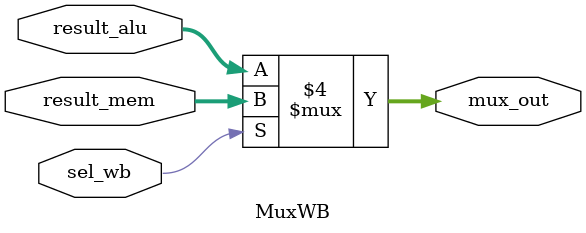
<source format=v>
module MuxWB (result_alu, result_mem, mux_out, sel_wb);

input wire [31:0] result_mem, result_alu;
input wire sel_wb;
output reg [31:0] mux_out;


always @*
begin
    if (sel_wb == 1'b0) begin
        mux_out = result_alu;
    end
    else begin
        mux_out = result_mem;
    end
end
endmodule
</source>
